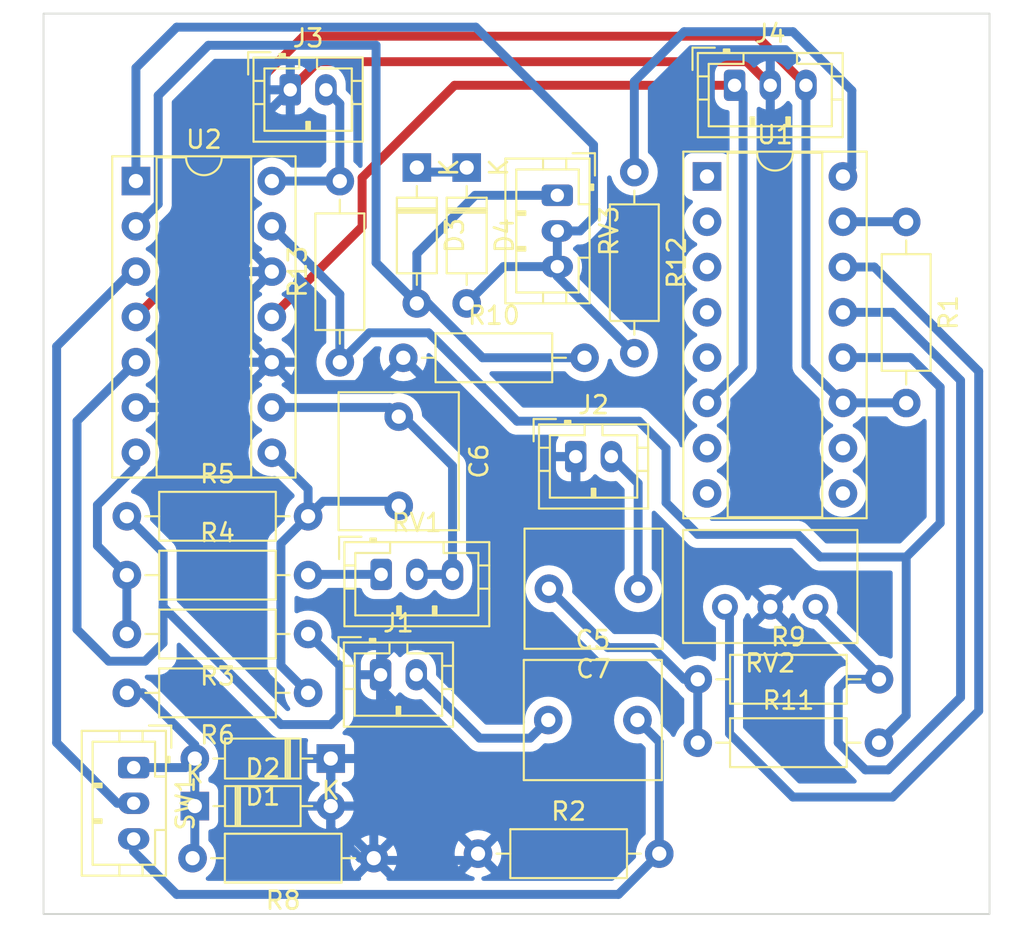
<source format=kicad_pcb>
(kicad_pcb (version 20211014) (generator pcbnew)
  (layers (0 "F.Cu" signal) (31 "B.Cu" signal) (34 "B.Paste" user) (35 "F.Paste" user) (36 "B.SilkS" user "B.Silkscreen") (37 "F.SilkS" user "F.Silkscreen") (38 "B.Mask" user) (39 "F.Mask" user) (44 "Edge.Cuts" user))
  (net 0 "")
  (net 1 "GND")
  (net 2 "+9V")
  (net 3 "-9V")
  (net 4 "Net-(C5-Pad1)")
  (net 5 "EXT_MOD")
  (net 6 "Net-(C6-Pad1)")
  (net 7 "Net-(C6-Pad2)")
  (net 8 "Net-(C7-Pad1)")
  (net 9 "Net-(C7-Pad2)")
  (net 10 "Net-(D1-Pad2)")
  (net 11 "Net-(D3-Pad1)")
  (net 12 "Net-(D3-Pad2)")
  (net 13 "Net-(D4-Pad2)")
  (net 14 "Net-(J3-Pad2)")
  (net 15 "D_BIAS")
  (net 16 "Net-(R3-Pad1)")
  (net 17 "Net-(R3-Pad2)")
  (net 18 "Net-(R4-Pad2)")
  (net 19 "Net-(R9-Pad2)")
  (net 20 "Net-(R11-Pad2)")
  (net 21 "Net-(R12-Pad1)")
  (net 22 "Net-(RV2-Pad1)")
  (net 23 "Net-(SW1-Pad2)")
  (footprint "Resistor_THT:R_Axial_DIN0207_L6.3mm_D2.5mm_P10.16mm_Horizontal" (layer "F.Cu") (at 113.284 76.2)
    (fp_text reference "R9" (at 5.08 -2.37) (layer "F.SilkS"))
    (fp_text value "10k")
    (pad "1" thru_hole circle (at 0 0) (size 1.6 1.6) (drill 0.8) (layers *.Cu *.Mask) (net 9 "Net-(C7-Pad2)"))
    (pad "2" thru_hole oval (at 10.16 0) (size 1.6 1.6) (drill 0.8) (layers *.Cu *.Mask) (net 19 "Net-(R9-Pad2)"))
  )
  (footprint "Diode_THT:D_DO-35_SOD27_P7.62mm_Horizontal" (layer "F.Cu") (at 97.536 47.498 -90)
    (fp_text reference "D3" (at 3.81 -2.12 90) (layer "F.SilkS"))
    (fp_text value "4v7")
    (fp_text user "K" (at 0 -1.8 90) (layer "F.SilkS"))
    (pad "1" thru_hole rect (at 0 0 270) (size 1.6 1.6) (drill 0.8) (layers *.Cu *.Mask) (net 11 "Net-(D3-Pad1)"))
    (pad "2" thru_hole oval (at 7.62 0 270) (size 1.6 1.6) (drill 0.8) (layers *.Cu *.Mask) (net 12 "Net-(D3-Pad2)"))
  )
  (footprint "Capacitor_THT:C_Rect_L7.5mm_W6.5mm_P5.00mm" (layer "F.Cu") (at 96.52 61.468 -90)
    (fp_text reference "C6" (at 2.5 -4.5 90) (layer "F.SilkS"))
    (fp_text value "1u")
    (pad "1" thru_hole circle (at 0 0 270) (size 1.6 1.6) (drill 0.8) (layers *.Cu *.Mask) (net 6 "Net-(C6-Pad1)"))
    (pad "2" thru_hole circle (at 5 0 270) (size 1.6 1.6) (drill 0.8) (layers *.Cu *.Mask) (net 7 "Net-(C6-Pad2)"))
  )
  (footprint "Connector_JST:JST_PH_B3B-PH-K_1x03_P2.00mm_Vertical" (layer "F.Cu") (at 115.348 42.884)
    (fp_text reference "J4" (at 2 -2.9) (layer "F.SilkS"))
    (fp_text value "PWR")
    (pad "1" thru_hole roundrect (at 0 0) (size 1.2 1.75) (drill 0.75) (layers *.Cu *.Mask) (roundrect_rratio 0.208333) (net 3 "-9V"))
    (pad "2" thru_hole oval (at 2 0) (size 1.2 1.75) (drill 0.75) (layers *.Cu *.Mask) (net 1 "GND"))
    (pad "3" thru_hole oval (at 4 0) (size 1.2 1.75) (drill 0.75) (layers *.Cu *.Mask) (net 2 "+9V"))
  )
  (footprint "Connector_JST:JST_PH_B3B-PH-K_1x03_P2.00mm_Vertical" (layer "F.Cu") (at 81.661 81.153 -90)
    (fp_text reference "SW1" (at 2 -2.9 -90) (layer "F.SilkS"))
    (fp_text value "SW_SPDT")
    (pad "1" thru_hole roundrect (at 0 0 270) (size 1.2 1.75) (drill 0.75) (layers *.Cu *.Mask) (roundrect_rratio 0.208333) (net 10 "Net-(D1-Pad2)"))
    (pad "2" thru_hole oval (at 2 0 270) (size 1.2 1.75) (drill 0.75) (layers *.Cu *.Mask) (net 23 "Net-(SW1-Pad2)"))
    (pad "3" thru_hole oval (at 4 0 270) (size 1.2 1.75) (drill 0.75) (layers *.Cu *.Mask) (net 5 "EXT_MOD"))
  )
  (footprint "Connector_JST:JST_PH_B3B-PH-K_1x03_P2.00mm_Vertical" (layer "F.Cu") (at 105.41 49.054 -90)
    (fp_text reference "RV3" (at 2 -2.9 90) (layer "F.SilkS"))
    (fp_text value "50k")
    (pad "1" thru_hole roundrect (at 0 0 270) (size 1.2 1.75) (drill 0.75) (layers *.Cu *.Mask) (roundrect_rratio 0.208333) (net 12 "Net-(D3-Pad2)"))
    (pad "2" thru_hole oval (at 2 0 270) (size 1.2 1.75) (drill 0.75) (layers *.Cu *.Mask) (net 13 "Net-(D4-Pad2)"))
    (pad "3" thru_hole oval (at 4 0 270) (size 1.2 1.75) (drill 0.75) (layers *.Cu *.Mask) (net 13 "Net-(D4-Pad2)"))
  )
  (footprint "Resistor_THT:R_Axial_DIN0207_L6.3mm_D2.5mm_P10.16mm_Horizontal" (layer "F.Cu") (at 96.774 58.166)
    (fp_text reference "R10" (at 5.08 -2.37) (layer "F.SilkS"))
    (fp_text value "4k7")
    (pad "1" thru_hole circle (at 0 0) (size 1.6 1.6) (drill 0.8) (layers *.Cu *.Mask) (net 1 "GND"))
    (pad "2" thru_hole oval (at 10.16 0) (size 1.6 1.6) (drill 0.8) (layers *.Cu *.Mask) (net 12 "Net-(D3-Pad2)"))
  )
  (footprint "Resistor_THT:R_Axial_DIN0207_L6.3mm_D2.5mm_P10.16mm_Horizontal" (layer "F.Cu") (at 100.965 85.979)
    (fp_text reference "R2" (at 5.08 -2.37) (layer "F.SilkS"))
    (fp_text value "470k")
    (pad "1" thru_hole circle (at 0 0) (size 1.6 1.6) (drill 0.8) (layers *.Cu *.Mask) (net 1 "GND"))
    (pad "2" thru_hole oval (at 10.16 0) (size 1.6 1.6) (drill 0.8) (layers *.Cu *.Mask) (net 5 "EXT_MOD"))
  )
  (footprint "Connector_JST:JST_PH_B2B-PH-K_1x02_P2.00mm_Vertical" (layer "F.Cu") (at 106.442 63.712)
    (fp_text reference "J2" (at 1 -2.9) (layer "F.SilkS"))
    (fp_text value "IN")
    (pad "1" thru_hole roundrect (at 0 0) (size 1.2 1.75) (drill 0.75) (layers *.Cu *.Mask) (roundrect_rratio 0.208333) (net 1 "GND"))
    (pad "2" thru_hole oval (at 2 0) (size 1.2 1.75) (drill 0.75) (layers *.Cu *.Mask) (net 8 "Net-(C7-Pad1)"))
  )
  (footprint "Capacitor_THT:C_Rect_L7.5mm_W6.5mm_P5.00mm" (layer "F.Cu") (at 109.942 71.12 180)
    (fp_text reference "C7" (at 2.5 -4.5) (layer "F.SilkS"))
    (fp_text value "1u")
    (pad "1" thru_hole circle (at 0 0 180) (size 1.6 1.6) (drill 0.8) (layers *.Cu *.Mask) (net 8 "Net-(C7-Pad1)"))
    (pad "2" thru_hole circle (at 5 0 180) (size 1.6 1.6) (drill 0.8) (layers *.Cu *.Mask) (net 9 "Net-(C7-Pad2)"))
  )
  (footprint "Connector_JST:JST_PH_B2B-PH-K_1x02_P2.00mm_Vertical" (layer "F.Cu") (at 90.44 43.138)
    (fp_text reference "J3" (at 1 -2.9) (layer "F.SilkS"))
    (fp_text value "OUT")
    (pad "1" thru_hole roundrect (at 0 0) (size 1.2 1.75) (drill 0.75) (layers *.Cu *.Mask) (roundrect_rratio 0.208333) (net 1 "GND"))
    (pad "2" thru_hole oval (at 2 0) (size 1.2 1.75) (drill 0.75) (layers *.Cu *.Mask) (net 14 "Net-(J3-Pad2)"))
  )
  (footprint "Resistor_THT:R_Axial_DIN0207_L6.3mm_D2.5mm_P10.16mm_Horizontal" (layer "F.Cu") (at 93.218 58.42 90)
    (fp_text reference "R13" (at 5.08 -2.37 90) (layer "F.SilkS"))
    (fp_text value "24k")
    (pad "1" thru_hole circle (at 0 0 90) (size 1.6 1.6) (drill 0.8) (layers *.Cu *.Mask) (net 20 "Net-(R11-Pad2)"))
    (pad "2" thru_hole oval (at 10.16 0 90) (size 1.6 1.6) (drill 0.8) (layers *.Cu *.Mask) (net 14 "Net-(J3-Pad2)"))
  )
  (footprint "Resistor_THT:R_Axial_DIN0207_L6.3mm_D2.5mm_P10.16mm_Horizontal" (layer "F.Cu") (at 91.44 76.962 180)
    (fp_text reference "R6" (at 5.08 -2.37) (layer "F.SilkS"))
    (fp_text value "100k")
    (pad "1" thru_hole circle (at 0 0 180) (size 1.6 1.6) (drill 0.8) (layers *.Cu *.Mask) (net 7 "Net-(C6-Pad2)"))
    (pad "2" thru_hole oval (at 10.16 0 180) (size 1.6 1.6) (drill 0.8) (layers *.Cu *.Mask) (net 10 "Net-(D1-Pad2)"))
  )
  (footprint "Resistor_THT:R_Axial_DIN0207_L6.3mm_D2.5mm_P10.16mm_Horizontal" (layer "F.Cu") (at 95.123 86.233 180)
    (fp_text reference "R8" (at 5.08 -2.37) (layer "F.SilkS"))
    (fp_text value "10k")
    (pad "1" thru_hole circle (at 0 0 180) (size 1.6 1.6) (drill 0.8) (layers *.Cu *.Mask) (net 1 "GND"))
    (pad "2" thru_hole oval (at 10.16 0 180) (size 1.6 1.6) (drill 0.8) (layers *.Cu *.Mask) (net 10 "Net-(D1-Pad2)"))
  )
  (footprint "Resistor_THT:R_Axial_DIN0207_L6.3mm_D2.5mm_P10.16mm_Horizontal" (layer "F.Cu") (at 81.28 70.358)
    (fp_text reference "R4" (at 5.08 -2.37) (layer "F.SilkS"))
    (fp_text value "10k")
    (pad "1" thru_hole circle (at 0 0) (size 1.6 1.6) (drill 0.8) (layers *.Cu *.Mask) (net 17 "Net-(R3-Pad2)"))
    (pad "2" thru_hole oval (at 10.16 0) (size 1.6 1.6) (drill 0.8) (layers *.Cu *.Mask) (net 18 "Net-(R4-Pad2)"))
  )
  (footprint "Resistor_THT:R_Axial_DIN0207_L6.3mm_D2.5mm_P10.16mm_Horizontal" (layer "F.Cu") (at 81.28 67.056)
    (fp_text reference "R5" (at 5.08 -2.37) (layer "F.SilkS"))
    (fp_text value "10k")
    (pad "1" thru_hole circle (at 0 0) (size 1.6 1.6) (drill 0.8) (layers *.Cu *.Mask) (net 16 "Net-(R3-Pad1)"))
    (pad "2" thru_hole oval (at 10.16 0) (size 1.6 1.6) (drill 0.8) (layers *.Cu *.Mask) (net 7 "Net-(C6-Pad2)"))
  )
  (footprint "Connector_JST:JST_PH_B3B-PH-K_1x03_P2.00mm_Vertical" (layer "F.Cu") (at 95.536 70.316)
    (fp_text reference "RV1" (at 2 -2.9) (layer "F.SilkS"))
    (fp_text value "500k log")
    (pad "1" thru_hole roundrect (at 0 0) (size 1.2 1.75) (drill 0.75) (layers *.Cu *.Mask) (roundrect_rratio 0.208333) (net 18 "Net-(R4-Pad2)"))
    (pad "2" thru_hole oval (at 2 0) (size 1.2 1.75) (drill 0.75) (layers *.Cu *.Mask) (net 6 "Net-(C6-Pad1)"))
    (pad "3" thru_hole oval (at 4 0) (size 1.2 1.75) (drill 0.75) (layers *.Cu *.Mask) (net 6 "Net-(C6-Pad1)"))
  )
  (footprint "Package_DIP:DIP-14_W7.62mm_Socket" (layer "F.Cu") (at 81.788 48.255)
    (fp_text reference "U2" (at 3.81 -2.33) (layer "F.SilkS"))
    (fp_text value "LM324")
    (pad "1" thru_hole rect (at 0 0) (size 1.6 1.6) (drill 0.8) (layers *.Cu *.Mask) (net 13 "Net-(D4-Pad2)"))
    (pad "2" thru_hole oval (at 0 2.54) (size 1.6 1.6) (drill 0.8) (layers *.Cu *.Mask) (net 12 "Net-(D3-Pad2)"))
    (pad "3" thru_hole oval (at 0 5.08) (size 1.6 1.6) (drill 0.8) (layers *.Cu *.Mask) (net 23 "Net-(SW1-Pad2)"))
    (pad "4" thru_hole oval (at 0 7.62) (size 1.6 1.6) (drill 0.8) (layers *.Cu *.Mask) (net 2 "+9V"))
    (pad "5" thru_hole oval (at 0 10.16) (size 1.6 1.6) (drill 0.8) (layers *.Cu *.Mask) (net 16 "Net-(R3-Pad1)"))
    (pad "6" thru_hole oval (at 0 12.7) (size 1.6 1.6) (drill 0.8) (layers *.Cu *.Mask) (net 1 "GND"))
    (pad "7" thru_hole oval (at 0 15.24) (size 1.6 1.6) (drill 0.8) (layers *.Cu *.Mask) (net 17 "Net-(R3-Pad2)"))
    (pad "8" thru_hole oval (at 7.62 15.24) (size 1.6 1.6) (drill 0.8) (layers *.Cu *.Mask) (net 7 "Net-(C6-Pad2)"))
    (pad "9" thru_hole oval (at 7.62 12.7) (size 1.6 1.6) (drill 0.8) (layers *.Cu *.Mask) (net 6 "Net-(C6-Pad1)"))
    (pad "10" thru_hole oval (at 7.62 10.16) (size 1.6 1.6) (drill 0.8) (layers *.Cu *.Mask) (net 1 "GND"))
    (pad "11" thru_hole oval (at 7.62 7.62) (size 1.6 1.6) (drill 0.8) (layers *.Cu *.Mask) (net 3 "-9V"))
    (pad "12" thru_hole oval (at 7.62 5.08) (size 1.6 1.6) (drill 0.8) (layers *.Cu *.Mask) (net 1 "GND"))
    (pad "13" thru_hole oval (at 7.62 2.54) (size 1.6 1.6) (drill 0.8) (layers *.Cu *.Mask) (net 20 "Net-(R11-Pad2)"))
    (pad "14" thru_hole oval (at 7.62 0) (size 1.6 1.6) (drill 0.8) (layers *.Cu *.Mask) (net 14 "Net-(J3-Pad2)"))
  )
  (footprint "Resistor_THT:R_Axial_DIN0207_L6.3mm_D2.5mm_P10.16mm_Horizontal" (layer "F.Cu") (at 91.44 73.66 180)
    (fp_text reference "R3" (at 5.08 -2.37) (layer "F.SilkS"))
    (fp_text value "10k")
    (pad "1" thru_hole circle (at 0 0 180) (size 1.6 1.6) (drill 0.8) (layers *.Cu *.Mask) (net 16 "Net-(R3-Pad1)"))
    (pad "2" thru_hole oval (at 10.16 0 180) (size 1.6 1.6) (drill 0.8) (layers *.Cu *.Mask) (net 17 "Net-(R3-Pad2)"))
  )
  (footprint "Diode_THT:D_DO-35_SOD27_P7.62mm_Horizontal" (layer "F.Cu") (at 85.09 83.312)
    (fp_text reference "D2" (at 3.81 -2.12) (layer "F.SilkS"))
    (fp_text value "1n4148")
    (fp_text user "K" (at 0 -1.8) (layer "F.SilkS"))
    (pad "1" thru_hole rect (at 0 0) (size 1.6 1.6) (drill 0.8) (layers *.Cu *.Mask) (net 10 "Net-(D1-Pad2)"))
    (pad "2" thru_hole oval (at 7.62 0) (size 1.6 1.6) (drill 0.8) (layers *.Cu *.Mask) (net 1 "GND"))
  )
  (footprint "Connector_JST:JST_PH_B2B-PH-K_1x02_P2.00mm_Vertical" (layer "F.Cu") (at 95.504 75.946)
    (fp_text reference "J1" (at 1 -2.9) (layer "F.SilkS"))
    (fp_text value "MOD_IN")
    (pad "1" thru_hole roundrect (at 0 0) (size 1.2 1.75) (drill 0.75) (layers *.Cu *.Mask) (roundrect_rratio 0.208333) (net 1 "GND"))
    (pad "2" thru_hole oval (at 2 0) (size 1.2 1.75) (drill 0.75) (layers *.Cu *.Mask) (net 4 "Net-(C5-Pad1)"))
  )
  (footprint "Potentiometer_THT:Potentiometer_Bourns_3299W_Vertical" (layer "F.Cu") (at 114.808 72.136 180)
    (fp_text reference "RV2" (at -2.54 -3.16) (layer "F.SilkS"))
    (fp_text value "2k")
    (pad "1" thru_hole circle (at 0 0 180) (size 1.44 1.44) (drill 0.8) (layers *.Cu *.Mask) (net 22 "Net-(RV2-Pad1)"))
    (pad "2" thru_hole circle (at -2.54 0 180) (size 1.44 1.44) (drill 0.8) (layers *.Cu *.Mask) (net 1 "GND"))
    (pad "3" thru_hole circle (at -5.08 0 180) (size 1.44 1.44) (drill 0.8) (layers *.Cu *.Mask) (net 19 "Net-(R9-Pad2)"))
  )
  (footprint "Diode_THT:D_DO-35_SOD27_P7.62mm_Horizontal" (layer "F.Cu") (at 92.71 80.645 180)
    (fp_text reference "D1" (at 3.81 -2.12) (layer "F.SilkS"))
    (fp_text value "1n4148")
    (fp_text user "K" (at 0 -1.8) (layer "F.SilkS"))
    (pad "1" thru_hole rect (at 0 0 180) (size 1.6 1.6) (drill 0.8) (layers *.Cu *.Mask) (net 1 "GND"))
    (pad "2" thru_hole oval (at 7.62 0 180) (size 1.6 1.6) (drill 0.8) (layers *.Cu *.Mask) (net 10 "Net-(D1-Pad2)"))
  )
  (footprint "Resistor_THT:R_Axial_DIN0207_L6.3mm_D2.5mm_P10.16mm_Horizontal" (layer "F.Cu") (at 113.284 79.756)
    (fp_text reference "R11" (at 5.08 -2.37) (layer "F.SilkS"))
    (fp_text value "10k")
    (pad "1" thru_hole circle (at 0 0) (size 1.6 1.6) (drill 0.8) (layers *.Cu *.Mask) (net 9 "Net-(C7-Pad2)"))
    (pad "2" thru_hole oval (at 10.16 0) (size 1.6 1.6) (drill 0.8) (layers *.Cu *.Mask) (net 20 "Net-(R11-Pad2)"))
  )
  (footprint "Diode_THT:D_DO-35_SOD27_P7.62mm_Horizontal" (layer "F.Cu") (at 100.33 47.498 -90)
    (fp_text reference "D4" (at 3.81 -2.12 90) (layer "F.SilkS"))
    (fp_text value "4v7")
    (fp_text user "K" (at 0 -1.8 90) (layer "F.SilkS"))
    (pad "1" thru_hole rect (at 0 0 270) (size 1.6 1.6) (drill 0.8) (layers *.Cu *.Mask) (net 11 "Net-(D3-Pad1)"))
    (pad "2" thru_hole oval (at 7.62 0 270) (size 1.6 1.6) (drill 0.8) (layers *.Cu *.Mask) (net 13 "Net-(D4-Pad2)"))
  )
  (footprint "Resistor_THT:R_Axial_DIN0207_L6.3mm_D2.5mm_P10.16mm_Horizontal" (layer "F.Cu") (at 109.728 47.752 -90)
    (fp_text reference "R12" (at 5.08 -2.37 90) (layer "F.SilkS"))
    (fp_text value "15k")
    (pad "1" thru_hole circle (at 0 0 270) (size 1.6 1.6) (drill 0.8) (layers *.Cu *.Mask) (net 21 "Net-(R12-Pad1)"))
    (pad "2" thru_hole oval (at 10.16 0 270) (size 1.6 1.6) (drill 0.8) (layers *.Cu *.Mask) (net 13 "Net-(D4-Pad2)"))
  )
  (footprint "Capacitor_THT:C_Rect_L7.5mm_W6.5mm_P5.00mm" (layer "F.Cu") (at 104.902 78.486)
    (fp_text reference "C5" (at 2.5 -4.5) (layer "F.SilkS"))
    (fp_text value "1u")
    (pad "1" thru_hole circle (at 0 0) (size 1.6 1.6) (drill 0.8) (layers *.Cu *.Mask) (net 4 "Net-(C5-Pad1)"))
    (pad "2" thru_hole circle (at 5 0) (size 1.6 1.6) (drill 0.8) (layers *.Cu *.Mask) (net 5 "EXT_MOD"))
  )
  (footprint "Resistor_THT:R_Axial_DIN0207_L6.3mm_D2.5mm_P10.16mm_Horizontal" (layer "F.Cu") (at 124.968 50.546 -90)
    (fp_text reference "R1" (at 5.08 -2.37 90) (layer "F.SilkS"))
    (fp_text value "10k")
    (pad "1" thru_hole circle (at 0 0 270) (size 1.6 1.6) (drill 0.8) (layers *.Cu *.Mask) (net 15 "D_BIAS"))
    (pad "2" thru_hole oval (at 10.16 0 270) (size 1.6 1.6) (drill 0.8) (layers *.Cu *.Mask) (net 2 "+9V"))
  )
  (footprint "Package_DIP:DIP-16_W7.62mm_Socket" (layer "F.Cu") (at 113.802 47.996)
    (fp_text reference "U1" (at 3.81 -2.33) (layer "F.SilkS"))
    (fp_text value "LM13700")
    (pad "1" thru_hole rect (at 0 0) (size 1.6 1.6) (drill 0.8) (layers *.Cu *.Mask))
    (pad "2" thru_hole oval (at 0 2.54) (size 1.6 1.6) (drill 0.8) (layers *.Cu *.Mask))
    (pad "3" thru_hole oval (at 0 5.08) (size 1.6 1.6) (drill 0.8) (layers *.Cu *.Mask))
    (pad "4" thru_hole oval (at 0 7.62) (size 1.6 1.6) (drill 0.8) (layers *.Cu *.Mask))
    (pad "5" thru_hole oval (at 0 10.16) (size 1.6 1.6) (drill 0.8) (layers *.Cu *.Mask))
    (pad "6" thru_hole oval (at 0 12.7) (size 1.6 1.6) (drill 0.8) (layers *.Cu *.Mask) (net 3 "-9V"))
    (pad "7" thru_hole oval (at 0 15.24) (size 1.6 1.6) (drill 0.8) (layers *.Cu *.Mask))
    (pad "8" thru_hole oval (at 0 17.78) (size 1.6 1.6) (drill 0.8) (layers *.Cu *.Mask))
    (pad "9" thru_hole oval (at 7.62 17.78) (size 1.6 1.6) (drill 0.8) (layers *.Cu *.Mask))
    (pad "10" thru_hole oval (at 7.62 15.24) (size 1.6 1.6) (drill 0.8) (layers *.Cu *.Mask))
    (pad "11" thru_hole oval (at 7.62 12.7) (size 1.6 1.6) (drill 0.8) (layers *.Cu *.Mask) (net 2 "+9V"))
    (pad "12" thru_hole oval (at 7.62 10.16) (size 1.6 1.6) (drill 0.8) (layers *.Cu *.Mask) (net 20 "Net-(R11-Pad2)"))
    (pad "13" thru_hole oval (at 7.62 7.62) (size 1.6 1.6) (drill 0.8) (layers *.Cu *.Mask) (net 19 "Net-(R9-Pad2)"))
    (pad "14" thru_hole oval (at 7.62 5.08) (size 1.6 1.6) (drill 0.8) (layers *.Cu *.Mask) (net 22 "Net-(RV2-Pad1)"))
    (pad "15" thru_hole oval (at 7.62 2.54) (size 1.6 1.6) (drill 0.8) (layers *.Cu *.Mask) (net 15 "D_BIAS"))
    (pad "16" thru_hole oval (at 7.62 0) (size 1.6 1.6) (drill 0.8) (layers *.Cu *.Mask) (net 21 "Net-(R12-Pad1)"))
  )
  (gr_rect (start 76.608 38.862) (end 129.64 89.366) (layer "Edge.Cuts") (width 0.1) (fill none))
  (segment (start 92.01852 41.55948) (end 116.02348 41.55948) (width 0.5) (layer "F.Cu") (net 1))
  (segment (start 116.02348 41.55948) (end 117.348 42.884) (width 0.5) (layer "F.Cu") (net 1))
  (segment (start 90.44 43.138) (end 92.01852 41.55948) (width 0.5) (layer "F.Cu") (net 1))
  (segment (start 106.442 66.405) (end 106.442 63.712) (width 0.5) (layer "B.Cu") (net 1))
  (segment (start 88.158489 57.165489) (end 88.158489 54.584511) (width 0.5) (layer "B.Cu") (net 1))
  (segment (start 95.504 75.946) (end 95.504 75.057) (width 0.5) (layer "B.Cu") (net 1))
  (segment (start 95.504 75.057) (end 97.663 72.898) (width 0.5) (layer "B.Cu") (net 1))
  (segment (start 92.71 80.645) (end 92.71 83.312) (width 0.5) (layer "B.Cu") (net 1))
  (segment (start 106.442 70.628) (end 106.442 63.712) (width 0.5) (layer "B.Cu") (net 1))
  (segment (start 95.504 76.708) (end 95.504 75.946) (width 0.5) (layer "B.Cu") (net 1))
  (segment (start 89.408 58.415) (end 88.158489 57.165489) (width 0.5) (layer "B.Cu") (net 1))
  (segment (start 113.629031 70.266969) (end 110.998 72.898) (width 0.5) (layer "B.Cu") (net 1))
  (segment (start 96.774 58.166) (end 102.32 63.712) (width 0.5) (layer "B.Cu") (net 1))
  (segment (start 97.282 80.518) (end 97.282 78.486) (width 0.5) (layer "B.Cu") (net 1))
  (segment (start 92.71 84.582) (end 92.71 83.312) (width 0.5) (layer "B.Cu") (net 1))
  (segment (start 110.998 72.898) (end 108.712 72.898) (width 0.5) (layer "B.Cu") (net 1))
  (segment (start 97.663 72.898) (end 99.949 72.898) (width 0.5) (layer "B.Cu") (net 1))
  (segment (start 95.123 86.233) (end 95.25 86.36) (width 0.5) (layer "B.Cu") (net 1))
  (segment (start 97.282 78.486) (end 95.504 76.708) (width 0.5) (layer "B.Cu") (net 1))
  (segment (start 115.478969 70.266969) (end 113.629031 70.266969) (width 0.5) (layer "B.Cu") (net 1))
  (segment (start 90.662511 59.669511) (end 89.408 58.415) (width 0.5) (layer "B.Cu") (net 1))
  (segment (start 81.788 60.955) (end 86.868 60.955) (width 0.5) (layer "B.Cu") (net 1))
  (segment (start 100.584 86.36) (end 100.965 85.979) (width 0.5) (layer "B.Cu") (net 1))
  (segment (start 95.270489 59.669511) (end 90.662511 59.669511) (width 0.5) (layer "B.Cu") (net 1))
  (segment (start 88.158489 52.085489) (end 89.408 53.335) (width 0.5) (layer "B.Cu") (net 1))
  (segment (start 95.123 82.677) (end 97.282 80.518) (width 0.5) (layer "B.Cu") (net 1))
  (segment (start 99.949 72.898) (end 106.442 66.405) (width 0.5) (layer "B.Cu") (net 1))
  (segment (start 94.361 86.233) (end 92.71 84.582) (width 0.5) (layer "B.Cu") (net 1))
  (segment (start 95.25 86.36) (end 100.584 86.36) (width 0.5) (layer "B.Cu") (net 1))
  (segment (start 90.44 43.138) (end 88.158489 45.419511) (width 0.5) (layer "B.Cu") (net 1))
  (segment (start 102.32 63.712) (end 106.442 63.712) (width 0.5) (layer "B.Cu") (net 1))
  (segment (start 108.712 72.898) (end 106.442 70.628) (width 0.5) (layer "B.Cu") (net 1))
  (segment (start 95.123 86.233) (end 94.361 86.233) (width 0.5) (layer "B.Cu") (net 1))
  (segment (start 117.348 72.136) (end 115.478969 70.266969) (width 0.5) (layer "B.Cu") (net 1))
  (segment (start 86.868 60.955) (end 89.408 58.415) (width 0.5) (layer "B.Cu") (net 1))
  (segment (start 95.123 86.233) (end 95.123 82.677) (width 0.5) (layer "B.Cu") (net 1))
  (segment (start 88.158489 45.419511) (end 88.158489 52.085489) (width 0.5) (layer "B.Cu") (net 1))
  (segment (start 88.158489 54.584511) (end 89.408 53.335) (width 0.5) (layer "B.Cu") (net 1))
  (segment (start 96.774 58.166) (end 95.270489 59.669511) (width 0.5) (layer "B.Cu") (net 1))
  (segment (start 84.836 52.827) (end 81.788 55.875) (width 0.5) (layer "F.Cu") (net 2))
  (segment (start 91.186 40.132) (end 84.836 46.482) (width 0.5) (layer "F.Cu") (net 2))
  (segment (start 116.596 40.132) (end 91.186 40.132) (width 0.5) (layer "F.Cu") (net 2))
  (segment (start 119.348 42.884) (end 116.596 40.132) (width 0.5) (layer "F.Cu") (net 2))
  (segment (start 84.836 46.482) (end 84.836 52.827) (width 0.5) (layer "F.Cu") (net 2))
  (segment (start 124.958 60.696) (end 124.968 60.706) (width 0.5) (layer "B.Cu") (net 2))
  (segment (start 119.348 58.622) (end 121.422 60.696) (width 0.5) (layer "B.Cu") (net 2))
  (segment (start 121.422 60.696) (end 124.958 60.696) (width 0.5) (layer "B.Cu") (net 2))
  (segment (start 119.348 42.884) (end 119.348 58.622) (width 0.5) (layer "B.Cu") (net 2))
  (segment (start 99.650978 42.884) (end 94.467511 48.067467) (width 0.5) (layer "F.Cu") (net 3))
  (segment (start 94.467511 50.815489) (end 89.408 55.875) (width 0.5) (layer "F.Cu") (net 3))
  (segment (start 115.348 42.884) (end 99.650978 42.884) (width 0.5) (layer "F.Cu") (net 3))
  (segment (start 94.467511 48.067467) (end 94.467511 50.815489) (width 0.5) (layer "F.Cu") (net 3))
  (segment (start 115.348 42.884) (end 115.824 43.36) (width 0.5) (layer "B.Cu") (net 3))
  (segment (start 115.824 58.674) (end 113.802 60.696) (width 0.5) (layer "B.Cu") (net 3))
  (segment (start 115.824 43.36) (end 115.824 58.674) (width 0.5) (layer "B.Cu") (net 3))
  (segment (start 103.886 79.502) (end 101.06 79.502) (width 0.5) (layer "B.Cu") (net 4))
  (segment (start 101.06 79.502) (end 97.504 75.946) (width 0.5) (layer "B.Cu") (net 4))
  (segment (start 104.902 78.486) (end 103.886 79.502) (width 0.5) (layer "B.Cu") (net 4))
  (segment (start 81.661 85.852) (end 84.074 88.265) (width 0.5) (layer "B.Cu") (net 5))
  (segment (start 84.074 88.265) (end 108.839 88.265) (width 0.5) (layer "B.Cu") (net 5))
  (segment (start 109.902 78.486) (end 111.125 79.709) (width 0.5) (layer "B.Cu") (net 5))
  (segment (start 111.125 79.709) (end 111.125 85.979) (width 0.5) (layer "B.Cu") (net 5))
  (segment (start 81.661 85.153) (end 81.661 85.852) (width 0.5) (layer "B.Cu") (net 5))
  (segment (start 108.839 88.265) (end 111.125 85.979) (width 0.5) (layer "B.Cu") (net 5))
  (segment (start 89.408 60.955) (end 96.007 60.955) (width 0.5) (layer "B.Cu") (net 6))
  (segment (start 96.52 61.468) (end 96.774 61.468) (width 0.5) (layer "B.Cu") (net 6))
  (segment (start 99.536 64.23) (end 99.536 70.316) (width 0.5) (layer "B.Cu") (net 6))
  (segment (start 96.774 61.468) (end 99.536 64.23) (width 0.5) (layer "B.Cu") (net 6))
  (segment (start 96.007 60.955) (end 96.52 61.468) (width 0.5) (layer "B.Cu") (net 6))
  (segment (start 99.536 70.316) (end 97.536 70.316) (width 0.5) (layer "B.Cu") (net 6))
  (segment (start 96.52 66.468) (end 96.266 66.214) (width 0.5) (layer "B.Cu") (net 7))
  (segment (start 91.44 67.056) (end 91.44 65.527) (width 0.5) (layer "B.Cu") (net 7))
  (segment (start 96.266 66.214) (end 92.282 66.214) (width 0.5) (layer "B.Cu") (net 7))
  (segment (start 92.282 66.214) (end 91.44 67.056) (width 0.5) (layer "B.Cu") (net 7))
  (segment (start 89.916 75.438) (end 91.44 76.962) (width 0.5) (layer "B.Cu") (net 7))
  (segment (start 91.44 67.056) (end 89.916 68.58) (width 0.5) (layer "B.Cu") (net 7))
  (segment (start 91.44 65.527) (end 89.408 63.495) (width 0.5) (layer "B.Cu") (net 7))
  (segment (start 89.916 68.58) (end 89.916 75.438) (width 0.5) (layer "B.Cu") (net 7))
  (segment (start 109.942 71.12) (end 109.942 65.212) (width 0.5) (layer "B.Cu") (net 8))
  (segment (start 109.942 65.212) (end 108.442 63.712) (width 0.5) (layer "B.Cu") (net 8))
  (segment (start 113.284 79.756) (end 113.284 76.2) (width 0.5) (layer "B.Cu") (net 9))
  (segment (start 110.744 74.422) (end 112.522 76.2) (width 0.5) (layer "B.Cu") (net 9))
  (segment (start 104.942 71.12) (end 108.244 74.422) (width 0.5) (layer "B.Cu") (net 9))
  (segment (start 108.244 74.422) (end 110.744 74.422) (width 0.5) (layer "B.Cu") (net 9))
  (segment (start 112.522 76.2) (end 113.284 76.2) (width 0.5) (layer "B.Cu") (net 9))
  (segment (start 85.09 79.883) (end 85.09 80.645) (width 0.5) (layer "B.Cu") (net 10))
  (segment (start 85.09 80.645) (end 85.09 83.312) (width 0.5) (layer "B.Cu") (net 10))
  (segment (start 85.09 86.106) (end 84.963 86.233) (width 0.5) (layer "B.Cu") (net 10))
  (segment (start 81.28 76.962) (end 82.169 76.962) (width 0.5) (layer "B.Cu") (net 10))
  (segment (start 82.169 76.962) (end 85.09 79.883) (width 0.5) (layer "B.Cu") (net 10))
  (segment (start 81.661 81.153) (end 84.582 81.153) (width 0.5) (layer "B.Cu") (net 10))
  (segment (start 84.582 81.153) (end 85.09 80.645) (width 0.5) (layer "B.Cu") (net 10))
  (segment (start 85.09 83.312) (end 85.09 86.106) (width 0.5) (layer "B.Cu") (net 10))
  (segment (start 97.536 47.498) (end 97.79 47.752) (width 0.5) (layer "B.Cu") (net 11))
  (segment (start 100.076 47.752) (end 100.33 47.498) (width 0.5) (layer "B.Cu") (net 11))
  (segment (start 97.79 47.752) (end 100.076 47.752) (width 0.5) (layer "B.Cu") (net 11))
  (segment (start 97.536 55.118) (end 95.25 52.832) (width 0.5) (layer "B.Cu") (net 12))
  (segment (start 95.25 40.64) (end 85.852 40.64) (width 0.5) (layer "B.Cu") (net 12))
  (segment (start 101.219 58.166) (end 98.171 55.118) (width 0.5) (layer "B.Cu") (net 12))
  (segment (start 95.25 52.832) (end 95.25 40.64) (width 0.5) (layer "B.Cu") (net 12))
  (segment (start 85.852 40.64) (end 83.037511 43.454489) (width 0.5) (layer "B.Cu") (net 12))
  (segment (start 83.037511 49.545489) (end 81.788 50.795) (width 0.5) (layer "B.Cu") (net 12))
  (segment (start 98.171 55.118) (end 97.536 55.118) (width 0.5) (layer "B.Cu") (net 12))
  (segment (start 106.934 58.166) (end 101.219 58.166) (width 0.5) (layer "B.Cu") (net 12))
  (segment (start 97.536 55.118) (end 97.536 52.324) (width 0.5) (layer "B.Cu") (net 12))
  (segment (start 100.806 49.054) (end 105.41 49.054) (width 0.5) (layer "B.Cu") (net 12))
  (segment (start 83.037511 43.454489) (end 83.037511 49.545489) (width 0.5) (layer "B.Cu") (net 12))
  (segment (start 97.536 52.324) (end 100.806 49.054) (width 0.5) (layer "B.Cu") (net 12))
  (segment (start 105.41 53.594) (end 105.41 53.054) (width 0.5) (layer "B.Cu") (net 13))
  (segment (start 107.442 46.228) (end 100.838 39.624) (width 0.5) (layer "B.Cu") (net 13))
  (segment (start 106.68 51.054) (end 107.442 50.292) (width 0.5) (layer "B.Cu") (net 13))
  (segment (start 105.41 53.054) (end 102.394 53.054) (width 0.5) (layer "B.Cu") (net 13))
  (segment (start 109.728 57.912) (end 105.41 53.594) (width 0.5) (layer "B.Cu") (net 13))
  (segment (start 105.41 53.054) (end 105.41 51.054) (width 0.5) (layer "B.Cu") (net 13))
  (segment (start 102.394 53.054) (end 100.33 55.118) (width 0.5) (layer "B.Cu") (net 13))
  (segment (start 100.838 39.624) (end 84.074 39.624) (width 0.5) (layer "B.Cu") (net 13))
  (segment (start 84.074 39.624) (end 81.788 41.91) (width 0.5) (layer "B.Cu") (net 13))
  (segment (start 81.788 41.91) (end 81.788 48.255) (width 0.5) (layer "B.Cu") (net 13))
  (segment (start 107.442 50.292) (end 107.442 46.228) (width 0.5) (layer "B.Cu") (net 13))
  (segment (start 105.41 51.054) (end 106.68 51.054) (width 0.5) (layer "B.Cu") (net 13))
  (segment (start 93.218 43.916) (end 92.44 43.138) (width 0.5) (layer "B.Cu") (net 14))
  (segment (start 93.218 48.26) (end 93.218 43.916) (width 0.5) (layer "B.Cu") (net 14))
  (segment (start 89.408 48.255) (end 93.213 48.255) (width 0.5) (layer "B.Cu") (net 14))
  (segment (start 93.213 48.255) (end 93.218 48.26) (width 0.5) (layer "B.Cu") (net 14))
  (segment (start 121.422 50.536) (end 124.958 50.536) (width 0.5) (layer "B.Cu") (net 15))
  (segment (start 124.958 50.536) (end 124.968 50.546) (width 0.5) (layer "B.Cu") (net 15))
  (segment (start 83.312 69.088) (end 81.28 67.056) (width 0.5) (layer "B.Cu") (net 16))
  (segment (start 83.312 72.136) (end 83.312 69.088) (width 0.5) (layer "B.Cu") (net 16))
  (segment (start 78.486 73.406) (end 78.486 61.717) (width 0.5) (layer "B.Cu") (net 16))
  (segment (start 91.44 73.66) (end 93.218 75.438) (width 0.5) (layer "B.Cu") (net 16))
  (segment (start 93.218 78.232) (end 92.71 78.74) (width 0.5) (layer "B.Cu") (net 16))
  (segment (start 82.296 75.184) (end 80.264 75.184) (width 0.5) (layer "B.Cu") (net 16))
  (segment (start 80.264 75.184) (end 78.486 73.406) (width 0.5) (layer "B.Cu") (net 16))
  (segment (start 83.312 72.136) (end 83.312 74.168) (width 0.5) (layer "B.Cu") (net 16))
  (segment (start 83.312 74.168) (end 82.296 75.184) (width 0.5) (layer "B.Cu") (net 16))
  (segment (start 93.218 75.438) (end 93.218 78.232) (width 0.5) (layer "B.Cu") (net 16))
  (segment (start 89.916 78.74) (end 83.312 72.136) (width 0.5) (layer "B.Cu") (net 16))
  (segment (start 78.486 61.717) (end 81.788 58.415) (width 0.5) (layer "B.Cu") (net 16))
  (segment (start 92.71 78.74) (end 89.916 78.74) (width 0.5) (layer "B.Cu") (net 16))
  (segment (start 81.788 64.267) (end 81.788 63.495) (width 0.5) (layer "B.Cu") (net 17))
  (segment (start 79.629 66.426) (end 81.788 64.267) (width 0.5) (layer "B.Cu") (net 17))
  (segment (start 81.28 73.66) (end 81.28 70.358) (width 0.5) (layer "B.Cu") (net 17))
  (segment (start 81.28 70.358) (end 79.629 68.707) (width 0.5) (layer "B.Cu") (net 17))
  (segment (start 79.629 68.707) (end 79.629 66.426) (width 0.5) (layer "B.Cu") (net 17))
  (segment (start 91.482 70.316) (end 91.44 70.358) (width 0.5) (layer "B.Cu") (net 18))
  (segment (start 95.536 70.316) (end 91.482 70.316) (width 0.5) (layer "B.Cu") (net 18))
  (segment (start 123.952 81.28) (end 128.016 77.216) (width 0.5) (layer "B.Cu") (net 19))
  (segment (start 123.444 75.946) (end 123.444 76.2) (width 0.5) (layer "B.Cu") (net 19))
  (segment (start 128.016 77.216) (end 128.016 59.436) (width 0.5) (layer "B.Cu") (net 19))
  (segment (start 128.016 59.436) (end 124.196 55.616) (width 0.5) (layer "B.Cu") (net 19))
  (segment (start 124.196 55.616) (end 121.422 55.616) (width 0.5) (layer "B.Cu") (net 19))
  (segment (start 122.682 81.28) (end 123.952 81.28) (width 0.5) (layer "B.Cu") (net 19))
  (segment (start 119.888 72.39) (end 123.444 75.946) (width 0.5) (layer "B.Cu") (net 19))
  (segment (start 119.888 72.136) (end 119.888 72.39) (width 0.5) (layer "B.Cu") (net 19))
  (segment (start 121.666 76.2) (end 121.158 76.708) (width 0.5) (layer "B.Cu") (net 19))
  (segment (start 121.158 76.708) (end 121.158 79.756) (width 0.5) (layer "B.Cu") (net 19))
  (segment (start 123.444 76.2) (end 121.666 76.2) (width 0.5) (layer "B.Cu") (net 19))
  (segment (start 121.158 79.756) (end 122.682 81.28) (width 0.5) (layer "B.Cu") (net 19))
  (segment (start 125.212 58.156) (end 126.873 59.817) (width 0.5) (layer "B.Cu") (net 20))
  (segment (start 103.15073 61.722) (end 98.19773 56.769) (width 0.5) (layer "B.Cu") (net 20))
  (segment (start 94.869 56.769) (end 93.218 58.42) (width 0.5) (layer "B.Cu") (net 20))
  (segment (start 126.873 59.817) (end 126.873 67.437) (width 0.5) (layer "B.Cu") (net 20))
  (segment (start 124.968 78.232) (end 124.968 69.342) (width 0.5) (layer "B.Cu") (net 20))
  (segment (start 93.218 58.42) (end 93.218 54.605) (width 0.5) (layer "B.Cu") (net 20))
  (segment (start 98.19773 56.769) (end 94.869 56.769) (width 0.5) (layer "B.Cu") (net 20))
  (segment (start 120.142 69.342) (end 118.872 68.072) (width 0.5) (layer "B.Cu") (net 20))
  (segment (start 93.218 54.605) (end 89.408 50.795) (width 0.5) (layer "B.Cu") (net 20))
  (segment (start 126.873 67.437) (end 124.968 69.342) (width 0.5) (layer "B.Cu") (net 20))
  (segment (start 113.284 68.072) (end 111.506 66.294) (width 0.5) (layer "B.Cu") (net 20))
  (segment (start 121.422 58.156) (end 125.212 58.156) (width 0.5) (layer "B.Cu") (net 20))
  (segment (start 123.444 79.756) (end 124.968 78.232) (width 0.5) (layer "B.Cu") (net 20))
  (segment (start 124.968 69.342) (end 120.142 69.342) (width 0.5) (layer "B.Cu") (net 20))
  (segment (start 118.872 68.072) (end 113.284 68.072) (width 0.5) (layer "B.Cu") (net 20))
  (segment (start 109.982 61.722) (end 103.15073 61.722) (width 0.5) (layer "B.Cu") (net 20))
  (segment (start 111.506 63.246) (end 109.982 61.722) (width 0.5) (layer "B.Cu") (net 20))
  (segment (start 111.506 66.294) (end 111.506 63.246) (width 0.5) (layer "B.Cu") (net 20))
  (segment (start 118.618 39.878) (end 121.92 43.18) (width 0.5) (layer "B.Cu") (net 21))
  (segment (start 112.522 39.878) (end 118.618 39.878) (width 0.5) (layer "B.Cu") (net 21))
  (segment (start 109.728 42.672) (end 112.522 39.878) (width 0.5) (layer "B.Cu") (net 21))
  (segment (start 109.728 47.752) (end 109.728 42.672) (width 0.5) (layer "B.Cu") (net 21))
  (segment (start 121.92 43.18) (end 121.92 47.498) (width 0.5) (layer "B.Cu") (net 21))
  (segment (start 121.92 47.498) (end 121.422 47.996) (width 0.5) (layer "B.Cu") (net 21))
  (segment (start 129.032 58.928) (end 123.18 53.076) (width 0.5) (layer "B.Cu") (net 22))
  (segment (start 115.062 79.248) (end 118.618 82.804) (width 0.5) (layer "B.Cu") (net 22))
  (segment (start 123.18 53.076) (end 121.422 53.076) (width 0.5) (layer "B.Cu") (net 22))
  (segment (start 118.618 82.804) (end 124.206 82.804) (width 0.5) (layer "B.Cu") (net 22))
  (segment (start 114.808 72.136) (end 115.062 72.39) (width 0.5) (layer "B.Cu") (net 22))
  (segment (start 124.206 82.804) (end 129.032 77.978) (width 0.5) (layer "B.Cu") (net 22))
  (segment (start 115.062 72.39) (end 115.062 79.248) (width 0.5) (layer "B.Cu") (net 22))
  (segment (start 129.032 77.978) (end 129.032 58.928) (width 0.5) (layer "B.Cu") (net 22))
  (segment (start 81.539 53.335) (end 77.343 57.531) (width 0.5) (layer "B.Cu") (net 23))
  (segment (start 77.343 57.531) (end 77.343 79.756) (width 0.5) (layer "B.Cu") (net 23))
  (segment (start 77.343 79.756) (end 80.74 83.153) (width 0.5) (layer "B.Cu") (net 23))
  (segment (start 80.74 83.153) (end 81.661 83.153) (width 0.5) (layer "B.Cu") (net 23))
  (segment (start 81.788 53.335) (end 81.539 53.335) (width 0.5) (layer "B.Cu") (net 23))
  (zone (net 1) (net_name "GND") (layer "B.Cu") (connect_pads (clearance 0.508)) (min_thickness 0.254) (fill yes (thermal_gap 0.508) (thermal_bridge_width 0.508))
    (polygon (pts (xy 131.572 91.44) (xy 74.168 91.44) (xy 74.168 38.1) (xy 131.572 38.1)))
  )
)
</source>
